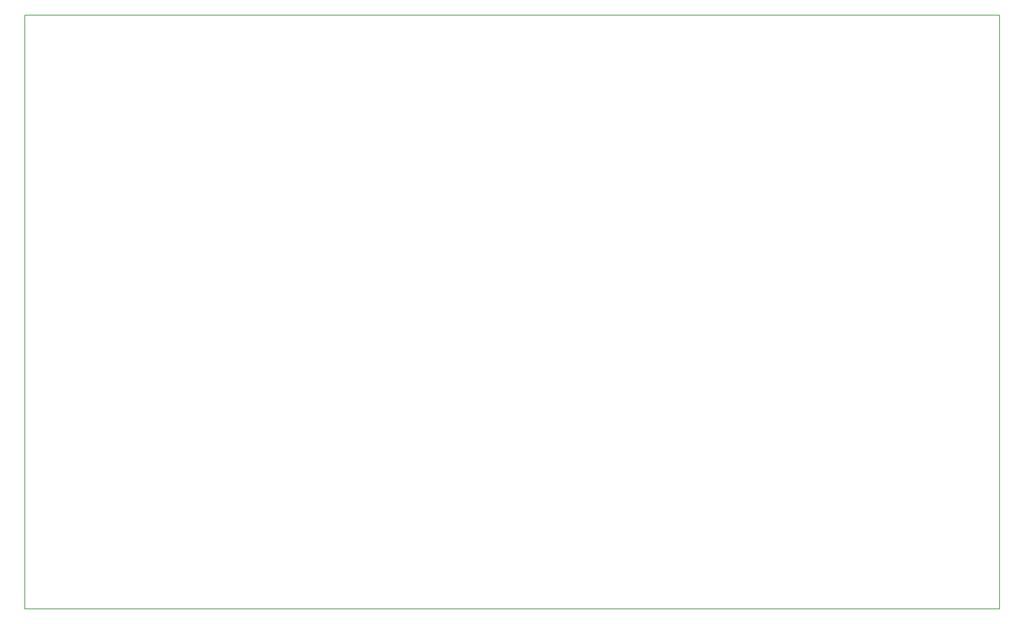
<source format=gm1>
%TF.GenerationSoftware,KiCad,Pcbnew,9.0.4*%
%TF.CreationDate,2025-11-17T00:44:37-05:00*%
%TF.ProjectId,new_plasma_pcb,6e65775f-706c-4617-936d-615f7063622e,rev?*%
%TF.SameCoordinates,Original*%
%TF.FileFunction,Profile,NP*%
%FSLAX46Y46*%
G04 Gerber Fmt 4.6, Leading zero omitted, Abs format (unit mm)*
G04 Created by KiCad (PCBNEW 9.0.4) date 2025-11-17 00:44:37*
%MOMM*%
%LPD*%
G01*
G04 APERTURE LIST*
%TA.AperFunction,Profile*%
%ADD10C,0.200000*%
%TD*%
G04 APERTURE END LIST*
D10*
X29500000Y-27000000D02*
X269000000Y-27000000D01*
X269000000Y-173000000D01*
X29500000Y-173000000D01*
X29500000Y-27000000D01*
M02*

</source>
